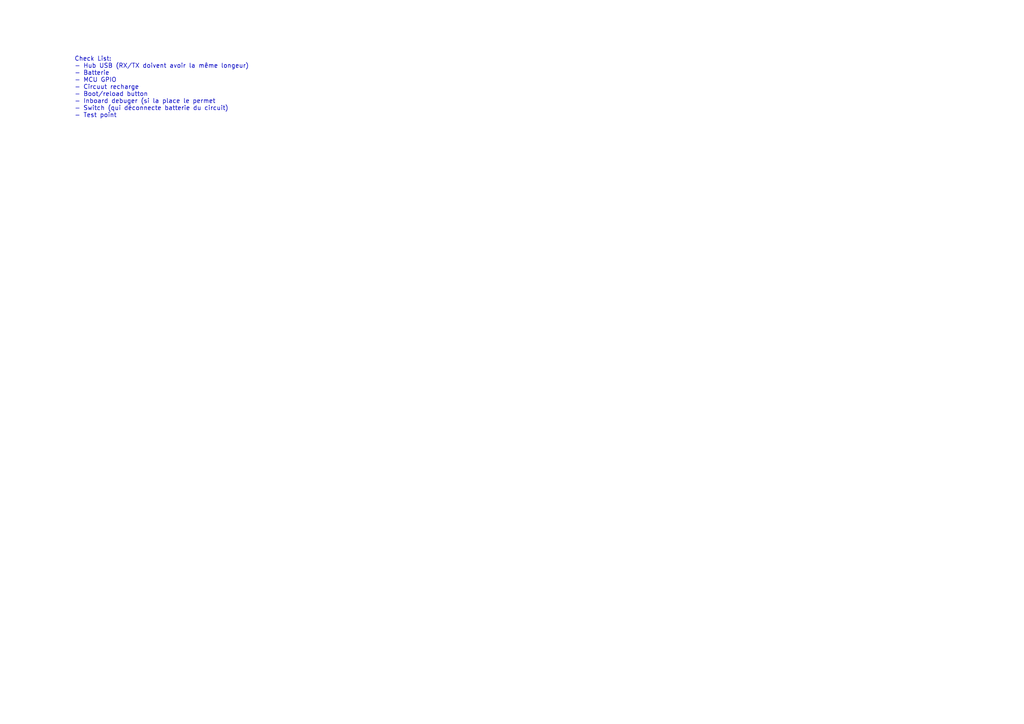
<source format=kicad_sch>
(kicad_sch (version 20211123) (generator eeschema)
  (paper "A4")
  (lib_symbols)
  (text "Check List:\n- Hub USB (RX/TX doivent avoir la même longeur)\n- Batterie\n- MCU GPIO\n- Circuut recharge\n- Boot/reload button\n- Inboard debuger (si la place le permet\n- Switch (qui déconnecte batterie du circuit)\n- Test point" (at 21.59 34.29 0) (effects (font (size 1.27 1.27)) (justify left bottom)))
)
</source>
